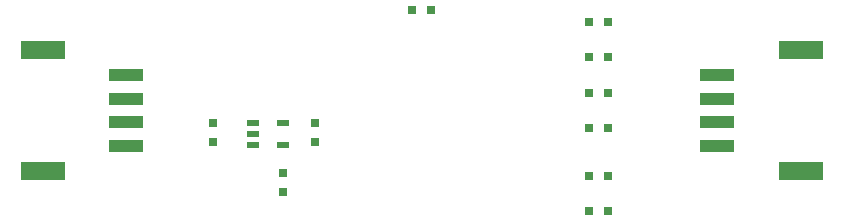
<source format=gbr>
%TF.GenerationSoftware,KiCad,Pcbnew,7.0.10*%
%TF.CreationDate,2024-04-17T13:25:17+09:00*%
%TF.ProjectId,HD-AK4316,48442d41-4b34-4333-9136-2e6b69636164,rev?*%
%TF.SameCoordinates,PX7735940PY47868c0*%
%TF.FileFunction,Paste,Top*%
%TF.FilePolarity,Positive*%
%FSLAX46Y46*%
G04 Gerber Fmt 4.6, Leading zero omitted, Abs format (unit mm)*
G04 Created by KiCad (PCBNEW 7.0.10) date 2024-04-17 13:25:17*
%MOMM*%
%LPD*%
G01*
G04 APERTURE LIST*
%ADD10R,0.800000X0.800000*%
%ADD11R,3.800000X1.500000*%
%ADD12R,3.000000X1.100000*%
%ADD13R,1.100000X0.600000*%
G04 APERTURE END LIST*
D10*
%TO.C,R7*%
X49200000Y11000000D03*
X50800000Y11000000D03*
%TD*%
%TO.C,R1*%
X34200000Y21000000D03*
X35800000Y21000000D03*
%TD*%
%TO.C,R4*%
X50800000Y20000000D03*
X49200000Y20000000D03*
%TD*%
%TO.C,C1*%
X17300000Y11450000D03*
X17300000Y9850000D03*
%TD*%
D11*
%TO.C,CN1*%
X2900000Y17650000D03*
X2900000Y7350000D03*
D12*
X10000000Y9500000D03*
X10000000Y11500000D03*
X10000000Y13500000D03*
X10000000Y15500000D03*
%TD*%
D10*
%TO.C,C2*%
X23300000Y7200000D03*
X23300000Y5600000D03*
%TD*%
D11*
%TO.C,CN2*%
X67100000Y7350000D03*
X67100000Y17650000D03*
D12*
X60000000Y15500000D03*
X60000000Y13500000D03*
X60000000Y11500000D03*
X60000000Y9500000D03*
%TD*%
D10*
%TO.C,C3*%
X26000000Y11450000D03*
X26000000Y9850000D03*
%TD*%
%TO.C,R2*%
X50800000Y7000000D03*
X49200000Y7000000D03*
%TD*%
%TO.C,R6*%
X50800000Y14000000D03*
X49200000Y14000000D03*
%TD*%
%TO.C,R5*%
X49200000Y17000000D03*
X50800000Y17000000D03*
%TD*%
%TO.C,R3*%
X50800000Y4000000D03*
X49200000Y4000000D03*
%TD*%
D13*
%TO.C,U2*%
X20700000Y11450000D03*
X20700000Y10500000D03*
X20700000Y9550000D03*
X23300000Y9550000D03*
X23300000Y11450000D03*
%TD*%
M02*

</source>
